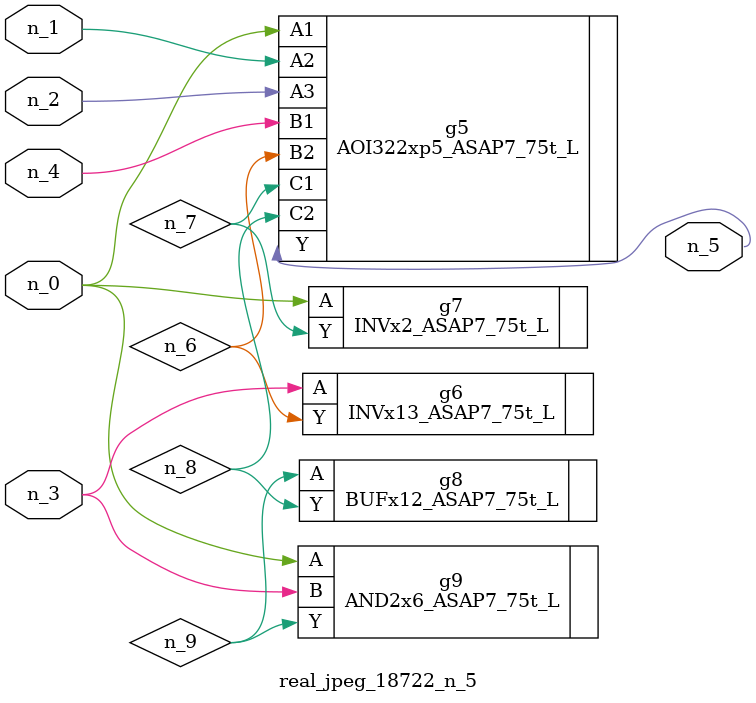
<source format=v>
module real_jpeg_18722_n_5 (n_4, n_0, n_1, n_2, n_3, n_5);

input n_4;
input n_0;
input n_1;
input n_2;
input n_3;

output n_5;

wire n_8;
wire n_6;
wire n_7;
wire n_9;

AOI322xp5_ASAP7_75t_L g5 ( 
.A1(n_0),
.A2(n_1),
.A3(n_2),
.B1(n_4),
.B2(n_6),
.C1(n_7),
.C2(n_8),
.Y(n_5)
);

INVx2_ASAP7_75t_L g7 ( 
.A(n_0),
.Y(n_7)
);

AND2x6_ASAP7_75t_L g9 ( 
.A(n_0),
.B(n_3),
.Y(n_9)
);

INVx13_ASAP7_75t_L g6 ( 
.A(n_3),
.Y(n_6)
);

BUFx12_ASAP7_75t_L g8 ( 
.A(n_9),
.Y(n_8)
);


endmodule
</source>
